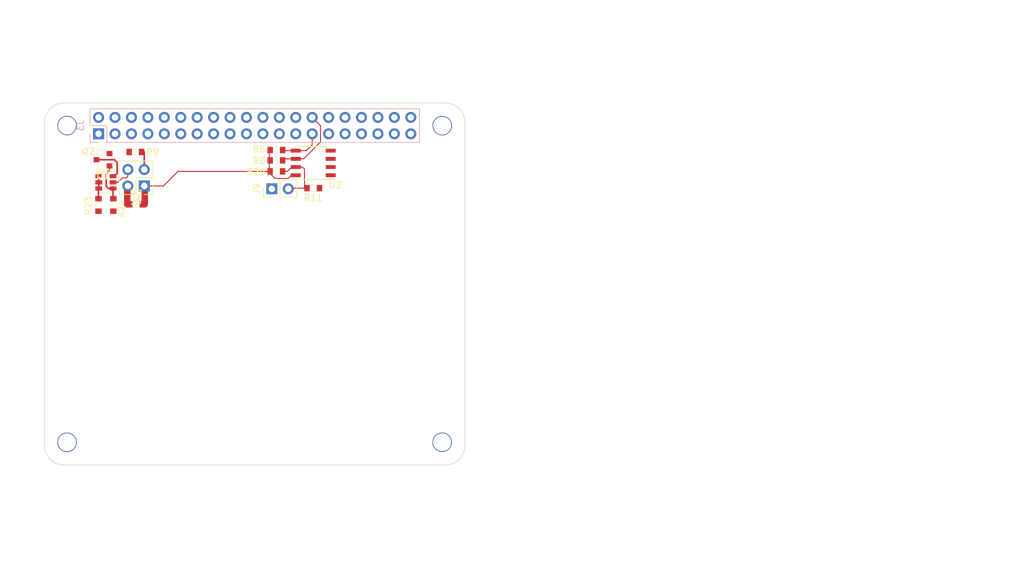
<source format=kicad_pcb>
(kicad_pcb (version 20211014) (generator pcbnew)
  (layers (0 "F.Cu" signal) (1 "In1.Cu" signal) (2 "In2.Cu" signal) (31 "B.Cu" signal) (34 "B.Paste" user) (35 "F.Paste" user) (36 "B.SilkS" user "B.Silkscreen") (37 "F.SilkS" user "F.Silkscreen") (38 "B.Mask" user) (39 "F.Mask" user) (44 "Edge.Cuts" user))
  (net 0 "")
  (net 1 "GND")
  (net 2 "/ID_SD_EEPROM")
  (net 3 "/ID_SC_EEPROM")
  (net 4 "Net-(Q1-Pad1)")
  (net 5 "Net-(Q2-Pad1)")
  (net 6 "/P3V3_HAT")
  (net 7 "/P5V_HAT")
  (net 8 "/P3V3")
  (net 9 "/P5V")
  (net 10 "Net-(J9-Pad2)")
  (footprint "project_footprints:NPTH_3mm_ID" (layer "F.Cu") (at 82.04 64.31)
    (fp_text reference "H1" (at 0.06 0.09) (layer "F.SilkS"))
    (fp_text value "3mm_Mounting_Hole" hide)
    (pad "" np_thru_hole circle locked (at 0 0) (size 3 3) (drill 2.75) (layers *.Cu *.Mask) (clearance 1.6))
  )
  (footprint "project_footprints:NPTH_3mm_ID" (layer "F.Cu") (at 140.04 64.33)
    (fp_text reference "H2" (at 0.06 0.09) (layer "F.SilkS"))
    (fp_text value "3mm_Mounting_Hole" hide)
    (pad "" np_thru_hole circle locked (at 0 0) (size 3 3) (drill 2.75) (layers *.Cu *.Mask) (clearance 1.6))
  )
  (footprint "project_footprints:NPTH_3mm_ID" (layer "F.Cu") (at 82.04 113.32)
    (fp_text reference "H3" (at 0.06 0.09) (layer "F.SilkS"))
    (fp_text value "3mm_Mounting_Hole" hide)
    (pad "" np_thru_hole circle locked (at 0 0) (size 3 3) (drill 2.75) (layers *.Cu *.Mask) (clearance 1.6))
  )
  (footprint "project_footprints:NPTH_3mm_ID" (layer "F.Cu") (at 140.03 113.31)
    (fp_text reference "H4" (at 0.06 0.09) (layer "F.SilkS"))
    (fp_text value "3mm_Mounting_Hole" hide)
    (pad "" np_thru_hole circle locked (at 0 0) (size 3 3) (drill 2.75) (layers *.Cu *.Mask) (clearance 1.6))
  )
  (footprint "Resistor_SMD:R_0603_1608Metric_Pad0.84x1.00mm_HandSolder" (layer "F.Cu") (at 92.6 68.4)
    (fp_text reference "R9" (at 2.65 0.1) (layer "F.SilkS"))
    (fp_text value "DNP")
    (fp_line (start -0.22 -0.51) (end 0.22 -0.51) (layer "F.SilkS") (width 0.12))
    (fp_line (start -0.22 0.51) (end 0.22 0.51) (layer "F.SilkS") (width 0.12))
    (pad "1" smd rect locked (at -0.9625 0) (size 0.845 1) (layers "F.Cu" "F.Paste" "F.Mask") (net 7 "/P5V_HAT"))
    (pad "2" smd rect locked (at 0.9625 0) (size 0.845 1) (layers "F.Cu" "F.Paste" "F.Mask") (net 9 "/P5V"))
  )
  (footprint "Resistor_SMD:R_0603_1608Metric_Pad0.84x1.00mm_HandSolder" (layer "F.Cu") (at 92.7 76.5)
    (fp_text reference "R7" (at 0 -1.65) (layer "F.SilkS"))
    (fp_text value "DNP")
    (fp_line (start -0.22 0.51) (end 0.22 0.51) (layer "F.SilkS") (width 0.12))
    (fp_line (start -0.22 -0.51) (end 0.22 -0.51) (layer "F.SilkS") (width 0.12))
    (pad "1" smd rect locked (at -0.9625 0) (size 0.845 1) (layers "F.Cu" "F.Paste" "F.Mask") (net 6 "/P3V3_HAT"))
    (pad "2" smd rect locked (at 0.9625 0) (size 0.845 1) (layers "F.Cu" "F.Paste" "F.Mask") (net 8 "/P3V3"))
  )
  (footprint "Resistor_SMD:R_0603_1608Metric_Pad0.84x1.00mm_HandSolder" (layer "F.Cu") (at 120.1 74)
    (fp_text reference "R11" (at 0 1.5) (layer "F.SilkS"))
    (fp_text value "DNP")
    (fp_line (start -0.22 -0.51) (end 0.22 -0.51) (layer "F.SilkS") (width 0.12))
    (fp_line (start -0.22 0.51) (end 0.22 0.51) (layer "F.SilkS") (width 0.12))
    (pad "1" smd rect locked (at -0.9625 0) (size 0.845 1) (layers "F.Cu" "F.Paste" "F.Mask") (net 10 "Net-(J9-Pad2)"))
    (pad "2" smd rect locked (at 0.9625 0) (size 0.845 1) (layers "F.Cu" "F.Paste" "F.Mask") (net 1 "GND"))
  )
  (footprint "Resistor_SMD:R_0603_1608Metric_Pad0.84x1.00mm_HandSolder" (layer "F.Cu") (at 86.9 76.6 -90)
    (fp_text reference "R23" (at 0.108 1.556 90) (layer "F.SilkS"))
    (fp_text value "10K")
    (fp_line (start -0.22 0.51) (end 0.22 0.51) (layer "F.SilkS") (width 0.12))
    (fp_line (start -0.22 -0.51) (end 0.22 -0.51) (layer "F.SilkS") (width 0.12))
    (pad "1" smd rect locked (at -0.9625 0 270) (size 0.845 1) (layers "F.Cu" "F.Paste" "F.Mask") (net 5 "Net-(Q2-Pad1)"))
    (pad "2" smd rect locked (at 0.9625 0 270) (size 0.845 1) (layers "F.Cu" "F.Paste" "F.Mask") (net 1 "GND"))
  )
  (footprint "Resistor_SMD:R_0603_1608Metric_Pad0.84x1.00mm_HandSolder" (layer "F.Cu") (at 89.2 76.6 -90)
    (fp_text reference "R24" (at 0.616 -1.3 -90) (layer "F.SilkS") (effects (font (size 0.9 0.9) (thickness 0.13))))
    (fp_text value "47K")
    (fp_line (start -0.22 -0.51) (end 0.22 -0.51) (layer "F.SilkS") (width 0.12))
    (fp_line (start -0.22 0.51) (end 0.22 0.51) (layer "F.SilkS") (width 0.12))
    (pad "1" smd rect locked (at -0.9625 0 270) (size 0.845 1) (layers "F.Cu" "F.Paste" "F.Mask") (net 4 "Net-(Q1-Pad1)"))
    (pad "2" smd rect locked (at 0.9625 0 270) (size 0.845 1) (layers "F.Cu" "F.Paste" "F.Mask") (net 1 "GND"))
  )
  (footprint "Resistor_SMD:R_0603_1608Metric_Pad0.84x1.00mm_HandSolder" (layer "F.Cu") (at 114.4 71.4)
    (fp_text reference "R29" (at -3.15 0.1) (layer "F.SilkS"))
    (fp_text value "10K")
    (fp_line (start -0.22 -0.51) (end 0.22 -0.51) (layer "F.SilkS") (width 0.12))
    (fp_line (start -0.22 0.51) (end 0.22 0.51) (layer "F.SilkS") (width 0.12))
    (pad "1" smd rect locked (at -0.9625 0) (size 0.845 1) (layers "F.Cu" "F.Paste" "F.Mask") (net 8 "/P3V3"))
    (pad "2" smd rect locked (at 0.9625 0) (size 0.845 1) (layers "F.Cu" "F.Paste" "F.Mask") (net 10 "Net-(J9-Pad2)"))
  )
  (footprint "Resistor_SMD:R_0603_1608Metric_Pad0.84x1.00mm_HandSolder" (layer "F.Cu") (at 114.4 69.7)
    (fp_text reference "R8" (at -2.65 0.05) (layer "F.SilkS"))
    (fp_text value "3.9K")
    (fp_line (start -0.22 0.51) (end 0.22 0.51) (layer "F.SilkS") (width 0.12))
    (fp_line (start -0.22 -0.51) (end 0.22 -0.51) (layer "F.SilkS") (width 0.12))
    (pad "1" smd rect locked (at -0.9625 0) (size 0.845 1) (layers "F.Cu" "F.Paste" "F.Mask") (net 8 "/P3V3"))
    (pad "2" smd rect locked (at 0.9625 0) (size 0.845 1) (layers "F.Cu" "F.Paste" "F.Mask") (net 3 "/ID_SC_EEPROM"))
  )
  (footprint "Package_TO_SOT_SMD:SOT-23-6" (layer "F.Cu") (at 88.05 73.1)
    (fp_text reference "Q2" (at -2.706 -4.774) (layer "F.SilkS"))
    (fp_text value "DMMT5401")
    (fp_line (start 0.9 -1.61) (end -1.55 -1.61) (layer "F.SilkS") (width 0.12))
    (fp_line (start -0.9 1.61) (end 0.9 1.61) (layer "F.SilkS") (width 0.12))
    (pad "1" smd rect locked (at -1.1 -0.95) (size 1.06 0.65) (layers "F.Cu" "F.Paste" "F.Mask") (net 5 "Net-(Q2-Pad1)"))
    (pad "2" smd rect locked (at -1.1 0) (size 1.06 0.65) (layers "F.Cu" "F.Paste" "F.Mask") (net 5 "Net-(Q2-Pad1)"))
    (pad "3" smd rect locked (at -1.1 0.95) (size 1.06 0.65) (layers "F.Cu" "F.Paste" "F.Mask") (net 5 "Net-(Q2-Pad1)"))
    (pad "4" smd rect locked (at 1.1 0.95) (size 1.06 0.65) (layers "F.Cu" "F.Paste" "F.Mask") (net 4 "Net-(Q1-Pad1)"))
    (pad "5" smd rect locked (at 1.1 0) (size 1.06 0.65) (layers "F.Cu" "F.Paste" "F.Mask") (net 7 "/P5V_HAT"))
    (pad "6" smd rect locked (at 1.1 -0.95) (size 1.06 0.65) (layers "F.Cu" "F.Paste" "F.Mask") (net 9 "/P5V"))
  )
  (footprint "Package_TO_SOT_SMD:SOT-23" (layer "F.Cu") (at 87.6 69.6 180)
    (fp_text reference "Q1" (at 0 -2.5 180) (layer "F.SilkS"))
    (fp_text value "DMG2305UX")
    (fp_line (start 0.76 1.58) (end 0.76 0.65) (layer "F.SilkS") (width 0.12))
    (fp_line (start 0.76 1.58) (end -0.7 1.58) (layer "F.SilkS") (width 0.12))
    (fp_line (start 0.76 -1.58) (end 0.76 -0.65) (layer "F.SilkS") (width 0.12))
    (fp_line (start 0.76 -1.58) (end -1.4 -1.58) (layer "F.SilkS") (width 0.12))
    (pad "1" smd rect locked (at -1 -0.95 180) (size 0.9 0.8) (layers "F.Cu" "F.Paste" "F.Mask") (net 4 "Net-(Q1-Pad1)"))
    (pad "2" smd rect locked (at -1 0.95 180) (size 0.9 0.8) (layers "F.Cu" "F.Paste" "F.Mask") (net 7 "/P5V_HAT"))
    (pad "3" smd rect locked (at 1 0 180) (size 0.9 0.8) (layers "F.Cu" "F.Paste" "F.Mask") (net 9 "/P5V"))
  )
  (footprint "Package_SOIC:SOIC-8_3.9x4.9mm_P1.27mm" (layer "F.Cu") (at 120.1 70.1 180)
    (fp_text reference "U2" (at -3.4 -3.4 180) (layer "F.SilkS"))
    (fp_text value "CAT24C32")
    (fp_line (start 2.075 -2.575) (end 2.075 -2.43) (layer "F.SilkS") (width 0.15))
    (fp_line (start -2.075 2.575) (end 2.075 2.575) (layer "F.SilkS") (width 0.15))
    (fp_line (start -2.075 -2.525) (end -3.475 -2.525) (layer "F.SilkS") (width 0.15))
    (fp_line (start -2.075 -2.575) (end -2.075 -2.525) (layer "F.SilkS") (width 0.15))
    (fp_line (start -2.075 2.575) (end -2.075 2.43) (layer "F.SilkS") (width 0.15))
    (fp_line (start -2.075 -2.575) (end 2.075 -2.575) (layer "F.SilkS") (width 0.15))
    (fp_line (start 2.075 2.575) (end 2.075 2.43) (layer "F.SilkS") (width 0.15))
    (pad "1" smd rect locked (at -2.7 -1.905 180) (size 1.55 0.6) (layers "F.Cu" "F.Paste" "F.Mask") (net 1 "GND"))
    (pad "2" smd rect locked (at -2.7 -0.635 180) (size 1.55 0.6) (layers "F.Cu" "F.Paste" "F.Mask") (net 1 "GND"))
    (pad "3" smd rect locked (at -2.7 0.635 180) (size 1.55 0.6) (layers "F.Cu" "F.Paste" "F.Mask") (net 1 "GND"))
    (pad "4" smd rect locked (at -2.7 1.905 180) (size 1.55 0.6) (layers "F.Cu" "F.Paste" "F.Mask") (net 1 "GND"))
    (pad "5" smd rect locked (at 2.7 1.905 180) (size 1.55 0.6) (layers "F.Cu" "F.Paste" "F.Mask") (net 2 "/ID_SD_EEPROM"))
    (pad "6" smd rect locked (at 2.7 0.635 180) (size 1.55 0.6) (layers "F.Cu" "F.Paste" "F.Mask") (net 3 "/ID_SC_EEPROM"))
    (pad "7" smd rect locked (at 2.7 -0.635 180) (size 1.55 0.6) (layers "F.Cu" "F.Paste" "F.Mask") (net 10 "Net-(J9-Pad2)"))
    (pad "8" smd rect locked (at 2.7 -1.905 180) (size 1.55 0.6) (layers "F.Cu" "F.Paste" "F.Mask") (net 8 "/P3V3"))
  )
  (footprint "Connector_PinHeader_2.54mm:PinHeader_2x02_P2.54mm_Vertical" (layer "F.Cu") (at 93.98 73.66 180)
    (fp_text reference "J6" (at 1.27 -2.33 180) (layer "F.SilkS"))
    (fp_text value "CONN_02X02")
    (fp_line (start -1.33 0) (end -1.33 -1.33) (layer "F.SilkS") (width 0.12))
    (fp_line (start -1.33 1.27) (end -1.33 3.87) (layer "F.SilkS") (width 0.12))
    (fp_line (start 1.27 -1.33) (end 3.87 -1.33) (layer "F.SilkS") (width 0.12))
    (fp_line (start -1.33 1.27) (end 1.27 1.27) (layer "F.SilkS") (width 0.12))
    (fp_line (start 3.87 -1.33) (end 3.87 3.87) (layer "F.SilkS") (width 0.12))
    (fp_line (start -1.33 -1.33) (end 0 -1.33) (layer "F.SilkS") (width 0.12))
    (fp_line (start -1.33 3.87) (end 3.87 3.87) (layer "F.SilkS") (width 0.12))
    (fp_line (start 1.27 1.27) (end 1.27 -1.33) (layer "F.SilkS") (width 0.12))
    (pad "1" thru_hole rect locked (at 0 0 180) (size 1.7 1.7) (drill 1) (layers *.Cu *.Mask) (net 8 "/P3V3"))
    (pad "2" thru_hole oval locked (at 2.54 0 180) (size 1.7 1.7) (drill 1) (layers *.Cu *.Mask) (net 6 "/P3V3_HAT"))
    (pad "3" thru_hole oval locked (at 0 2.54 180) (size 1.7 1.7) (drill 1) (layers *.Cu *.Mask) (net 9 "/P5V"))
    (pad "4" thru_hole oval locked (at 2.54 2.54 180) (size 1.7 1.7) (drill 1) (layers *.Cu *.Mask) (net 7 "/P5V_HAT"))
  )
  (footprint "Connector_PinHeader_2.54mm:PinHeader_1x02_P2.54mm_Vertical" (layer "F.Cu") (at 113.7 74.1 90)
    (fp_text reference "J9" (at 0 -2.33 90) (layer "F.SilkS"))
    (fp_text value "CONN_01X02")
    (fp_line (start -1.33 1.27) (end -1.33 3.87) (layer "F.SilkS") (width 0.12))
    (fp_line (start 1.33 1.27) (end 1.33 3.87) (layer "F.SilkS") (width 0.12))
    (fp_line (start -1.33 1.27) (end 1.33 1.27) (layer "F.SilkS") (width 0.12))
    (fp_line (start -1.33 -1.33) (end 0 -1.33) (layer "F.SilkS") (width 0.12))
    (fp_line (start -1.33 0) (end -1.33 -1.33) (layer "F.SilkS") (width 0.12))
    (fp_line (start -1.33 3.87) (end 1.33 3.87) (layer "F.SilkS") (width 0.12))
    (pad "1" thru_hole rect locked (at 0 0 90) (size 1.7 1.7) (drill 1) (layers *.Cu *.Mask) (net 1 "GND"))
    (pad "2" thru_hole oval locked (at 0 2.54 90) (size 1.7 1.7) (drill 1) (layers *.Cu *.Mask) (net 10 "Net-(J9-Pad2)"))
  )
  (footprint "Resistor_SMD:R_0603_1608Metric_Pad0.84x1.00mm_HandSolder" (layer "F.Cu") (at 114.4 68.1)
    (fp_text reference "R6" (at -2.65 -0.1) (layer "F.SilkS"))
    (fp_text value "3.9K")
    (fp_line (start -0.22 0.51) (end 0.22 0.51) (layer "F.SilkS") (width 0.12))
    (fp_line (start -0.22 -0.51) (end 0.22 -0.51) (layer "F.SilkS") (width 0.12))
    (pad "1" smd rect locked (at -0.9625 0) (size 0.845 1) (layers "F.Cu" "F.Paste" "F.Mask") (net 8 "/P3V3"))
    (pad "2" smd rect locked (at 0.9625 0) (size 0.845 1) (layers "F.Cu" "F.Paste" "F.Mask") (net 2 "/ID_SD_EEPROM"))
  )
  (footprint "Connector_PinSocket_2.54mm:PinSocket_2x20_P2.54mm_Vertical" (layer "B.Cu") (at 86.92 65.59 -90)
    (fp_text reference "J3" (at -1.27 2.77 -90) (layer "B.SilkS") (effects (justify mirror)))
    (fp_text value "40HAT")
    (fp_line (start 0 1.33) (end 1.33 1.33) (layer "B.SilkS") (width 0.12))
    (fp_line (start -1.27 1.33) (end -1.27 -1.27) (layer "B.SilkS") (width 0.12))
    (fp_line (start 1.33 -1.27) (end 1.33 -49.59) (layer "B.SilkS") (width 0.12))
    (fp_line (start -3.87 1.33) (end -1.27 1.33) (layer "B.SilkS") (width 0.12))
    (fp_line (start -3.87 1.33) (end -3.87 -49.59) (layer "B.SilkS") (width 0.12))
    (fp_line (start -3.87 -49.59) (end 1.33 -49.59) (layer "B.SilkS") (width 0.12))
    (fp_line (start -1.27 -1.27) (end 1.33 -1.27) (layer "B.SilkS") (width 0.12))
    (fp_line (start 1.33 1.33) (end 1.33 0) (layer "B.SilkS") (width 0.12))
    (pad "1" thru_hole rect locked (at 0 0 270) (size 1.7 1.7) (drill 1) (layers *.Cu *.Mask) (net 6 "/P3V3_HAT"))
    (pad "2" thru_hole oval locked (at -2.54 0 270) (size 1.7 1.7) (drill 1) (layers *.Cu *.Mask) (net 7 "/P5V_HAT"))
    (pad "3" thru_hole oval locked (at 0 -2.54 270) (size 1.7 1.7) (drill 1) (layers *.Cu *.Mask))
    (pad "4" thru_hole oval locked (at -2.54 -2.54 270) (size 1.7 1.7) (drill 1) (layers *.Cu *.Mask) (net 7 "/P5V_HAT"))
    (pad "5" thru_hole oval locked (at 0 -5.08 270) (size 1.7 1.7) (drill 1) (layers *.Cu *.Mask))
    (pad "6" thru_hole oval locked (at -2.54 -5.08 270) (size 1.7 1.7) (drill 1) (layers *.Cu *.Mask) (net 1 "GND"))
    (pad "7" thru_hole oval locked (at 0 -7.62 270) (size 1.7 1.7) (drill 1) (layers *.Cu *.Mask))
    (pad "8" thru_hole oval locked (at -2.54 -7.62 270) (size 1.7 1.7) (drill 1) (layers *.Cu *.Mask))
    (pad "9" thru_hole oval locked (at 0 -10.16 270) (size 1.7 1.7) (drill 1) (layers *.Cu *.Mask) (net 1 "GND"))
    (pad "10" thru_hole oval locked (at -2.54 -10.16 270) (size 1.7 1.7) (drill 1) (layers *.Cu *.Mask))
    (pad "11" thru_hole oval locked (at 0 -12.7 270) (size 1.7 1.7) (drill 1) (layers *.Cu *.Mask))
    (pad "12" thru_hole oval locked (at -2.54 -12.7 270) (size 1.7 1.7) (drill 1) (layers *.Cu *.Mask))
    (pad "13" thru_hole oval locked (at 0 -15.24 270) (size 1.7 1.7) (drill 1) (layers *.Cu *.Mask))
    (pad "14" thru_hole oval locked (at -2.54 -15.24 270) (size 1.7 1.7) (drill 1) (layers *.Cu *.Mask) (net 1 "GND"))
    (pad "15" thru_hole oval locked (at 0 -17.78 270) (size 1.7 1.7) (drill 1) (layers *.Cu *.Mask))
    (pad "16" thru_hole oval locked (at -2.54 -17.78 270) (size 1.7 1.7) (drill 1) (layers *.Cu *.Mask))
    (pad "17" thru_hole oval locked (at 0 -20.32 270) (size 1.7 1.7) (drill 1) (layers *.Cu *.Mask))
    (pad "18" thru_hole oval locked (at -2.54 -20.32 270) (size 1.7 1.7) (drill 1) (layers *.Cu *.Mask))
    (pad "19" thru_hole oval locked (at 0 -22.86 270) (size 1.7 1.7) (drill 1) (layers *.Cu *.Mask))
    (pad "20" thru_hole oval locked (at -2.54 -22.86 270) (size 1.7 1.7) (drill 1) (layers *.Cu *.Mask) (net 1 "GND"))
    (pad "21" thru_hole oval locked (at 0 -25.4 270) (size 1.7 1.7) (drill 1) (layers *.Cu *.Mask))
    (pad "22" thru_hole oval locked (at -2.54 -25.4 270) (size 1.7 1.7) (drill 1) (layers *.Cu *.Mask))
    (pad "23" thru_hole oval locked (at 0 -27.94 270) (size 1.7 1.7) (drill 1) (layers *.Cu *.Mask))
    (pad "24" thru_hole oval locked (at -2.54 -27.94 270) (size 1.7 1.7) (drill 1) (layers *.Cu *.Mask))
    (pad "25" thru_hole oval locked (at 0 -30.48 270) (size 1.7 1.7) (drill 1) (layers *.Cu *.Mask) (net 1 "GND"))
    (pad "26" thru_hole oval locked (at -2.54 -30.48 270) (size 1.7 1.7) (drill 1) (layers *.Cu *.Mask))
    (pad "27" thru_hole oval locked (at 0 -33.02 270) (size 1.7 1.7) (drill 1) (layers *.Cu *.Mask) (net 2 "/ID_SD_EEPROM"))
    (pad "28" thru_hole oval locked (at -2.54 -33.02 270) (size 1.7 1.7) (drill 1) (layers *.Cu *.Mask) (net 3 "/ID_SC_EEPROM"))
    (pad "29" thru_hole oval locked (at 0 -35.56 270) (size 1.7 1.7) (drill 1) (layers *.Cu *.Mask))
    (pad "30" thru_hole oval locked (at -2.54 -35.56 270) (size 1.7 1.7) (drill 1) (layers *.Cu *.Mask) (net 1 "GND"))
    (pad "31" thru_hole oval locked (at 0 -38.1 270) (size 1.7 1.7) (drill 1) (layers *.Cu *.Mask))
    (pad "32" thru_hole oval locked (at -2.54 -38.1 270) (size 1.7 1.7) (drill 1) (layers *.Cu *.Mask))
    (pad "33" thru_hole oval locked (at 0 -40.64 270) (size 1.7 1.7) (drill 1) (layers *.Cu *.Mask))
    (pad "34" thru_hole oval locked (at -2.54 -40.64 270) (size 1.7 1.7) (drill 1) (layers *.Cu *.Mask) (net 1 "GND"))
    (pad "35" thru_hole oval locked (at 0 -43.18 270) (size 1.7 1.7) (drill 1) (layers *.Cu *.Mask))
    (pad "36" thru_hole oval locked (at -2.54 -43.18 270) (size 1.7 1.7) (drill 1) (layers *.Cu *.Mask))
    (pad "37" thru_hole oval locked (at 0 -45.72 270) (size 1.7 1.7) (drill 1) (layers *.Cu *.Mask))
    (pad "38" thru_hole oval locked (at -2.54 -45.72 270) (size 1.7 1.7) (drill 1) (layers *.Cu *.Mask))
    (pad "39" thru_hole oval locked (at 0 -48.26 270) (size 1.7 1.7) (drill 1) (layers *.Cu *.Mask) (net 1 "GND"))
    (pad "40" thru_hole oval locked (at -2.54 -48.26 270) (size 1.7 1.7) (drill 1) (layers *.Cu *.Mask))
  )
  (gr_line (start 143.546356 113.817611) (end 143.546356 63.817611) (layer "Edge.Cuts") (width 0.1))
  (gr_line (start 78.546356 63.817611) (end 78.546356 113.817611) (layer "Edge.Cuts") (width 0.1))
  (gr_arc (start 143.546351 113.822847) (mid 142.665824 115.940781) (end 140.546356 116.817611) (layer "Edge.Cuts") (width 0.1))
  (gr_line (start 140.546356 60.817611) (end 81.546356 60.817611) (layer "Edge.Cuts") (width 0.1))
  (gr_line (start 81.546356 116.817611) (end 140.546356 116.817611) (layer "Edge.Cuts") (width 0.1))
  (gr_arc (start 140.546356 60.817611) (mid 142.667676 61.696291) (end 143.546356 63.817611) (layer "Edge.Cuts") (width 0.1))
  (gr_arc (start 78.546356 63.817611) (mid 79.425036 61.696291) (end 81.546356 60.817611) (layer "Edge.Cuts") (width 0.1))
  (gr_arc (start 81.546356 116.817611) (mid 79.425036 115.938931) (end 78.546356 113.817611) (layer "Edge.Cuts") (width 0.1))
  (segment (start 115.695 68.295) (end 115.5 68.1) (width 0.15) (layer "F.Cu") (net 2))
  (segment (start 119.94 67.2834) (end 119.0284 68.195) (width 0.15) (layer "F.Cu") (net 2))
  (segment (start 117.4 68.195) (end 115.4575 68.195) (width 0.15) (layer "F.Cu") (net 2))
  (segment (start 119.94 65.59) (end 119.94 67.2834) (width 0.15) (layer "F.Cu") (net 2))
  (segment (start 115.4575 68.195) (end 115.3625 68.1) (width 0.15) (layer "F.Cu") (net 2))
  (segment (start 119.0284 68.195) (end 117.4 68.195) (width 0.15) (layer "F.Cu") (net 2))
  (segment (start 119.94 66.06) (end 119.94 65.59) (width 0.25) (layer "B.Cu") (net 2))
  (segment (start 115.635 69.565) (end 115.5 69.7) (width 0.15) (layer "F.Cu") (net 3))
  (segment (start 117.4 69.465) (end 115.5975 69.465) (width 0.15) (layer "F.Cu") (net 3))
  (segment (start 119.94 63.05) (end 119.85 63.05) (width 0.15) (layer "F.Cu") (net 3))
  (segment (start 119.94 63.05) (end 121.21896 64.32896) (width 0.15) (layer "F.Cu") (net 3))
  (segment (start 121.21896 64.32896) (end 121.21896 66.86042) (width 0.15) (layer "F.Cu") (net 3))
  (segment (start 115.5975 69.465) (end 115.3625 69.7) (width 0.15) (layer "F.Cu") (net 3))
  (segment (start 121.21896 66.86042) (end 118.61438 69.465) (width 0.15) (layer "F.Cu") (net 3))
  (segment (start 118.61438 69.465) (end 117.4 69.465) (width 0.15) (layer "F.Cu") (net 3))
  (segment (start 89.15 75.45) (end 89.2 75.5) (width 0.25) (layer "F.Cu") (net 4))
  (segment (start 88.60076 70.55) (end 88.60076 71.19924) (width 0.25) (layer "F.Cu") (net 4))
  (segment (start 88.1 73.7) (end 88.45 74.05) (width 0.25) (layer "F.Cu") (net 4))
  (segment (start 88.60076 71.19924) (end 88.1 71.7) (width 0.25) (layer "F.Cu") (net 4))
  (segment (start 88.45 74.05) (end 89.15 74.05) (width 0.25) (layer "F.Cu") (net 4))
  (segment (start 89.15 74.05) (end 89.15 75.45) (width 0.25) (layer "F.Cu") (net 4))
  (segment (start 88.1 71.7) (end 88.1 73.7) (width 0.25) (layer "F.Cu") (net 4))
  (segment (start 86.95 73.1) (end 86.95 74.05) (width 0.25) (layer "F.Cu") (net 5))
  (segment (start 86.95 74.05) (end 86.9 74.1) (width 0.25) (layer "F.Cu") (net 5))
  (segment (start 86.9 74.1) (end 86.9 75.5) (width 0.25) (layer "F.Cu") (net 5))
  (segment (start 86.95 72.15) (end 86.95 73.1) (width 0.25) (layer "F.Cu") (net 5))
  (segment (start 91.35 73.75) (end 91.44 73.66) (width 0.25) (layer "F.Cu") (net 6))
  (segment (start 91.35 76.5) (end 91.35 73.75) (width 1) (layer "F.Cu") (net 6))
  (segment (start 89.9 73.1) (end 90.6 72.4) (width 0.15) (layer "F.Cu") (net 7))
  (segment (start 90.6 72.4) (end 91.2 72.4) (width 0.15) (layer "F.Cu") (net 7))
  (segment (start 91.2 72.4) (end 91.44 72.16) (width 0.15) (layer "F.Cu") (net 7))
  (segment (start 91.44 72.16) (end 91.44 71.12) (width 0.15) (layer "F.Cu") (net 7))
  (segment (start 89.15 73.1) (end 89.9 73.1) (width 0.15) (layer "F.Cu") (net 7))
  (segment (start 88.7 68.65) (end 88.7 68.6) (width 0.6) (layer "F.Cu") (net 7))
  (segment (start 94.05 73.73) (end 93.98 73.66) (width 0.15) (layer "F.Cu") (net 8))
  (segment (start 113.3 69.7) (end 113.3 71.4) (width 0.15) (layer "F.Cu") (net 8))
  (segment (start 116.695 72.005) (end 116.2 72.5) (width 0.15) (layer "F.Cu") (net 8))
  (segment (start 116.2 72.5) (end 114.2 72.5) (width 0.15) (layer "F.Cu") (net 8))
  (segment (start 114.2 72.5) (end 113.3 71.6) (width 0.15) (layer "F.Cu") (net 8))
  (segment (start 113.3 71.6) (end 113.3 71.4) (width 0.15) (layer "F.Cu") (net 8))
  (segment (start 99.2 71.4) (end 96.94 73.66) (width 0.15) (layer "F.Cu") (net 8))
  (segment (start 96.94 73.66) (end 93.98 73.66) (width 0.15) (layer "F.Cu") (net 8))
  (segment (start 113.3 71.4) (end 99.2 71.4) (width 0.15) (layer "F.Cu") (net 8))
  (segment (start 113.3 68.1) (end 113.3 69.7) (width 0.15) (layer "F.Cu") (net 8))
  (segment (start 117.4 72.005) (end 116.695 72.005) (width 0.15) (layer "F.Cu") (net 8))
  (segment (start 94.05 76.5) (end 94.05 73.73) (width 1) (layer "F.Cu") (net 8))
  (segment (start 93.98 68.43) (end 93.95 68.4) (width 0.25) (layer "F.Cu") (net 9))
  (segment (start 89.8 71.7) (end 89.8 70.05) (width 0.25) (layer "F.Cu") (net 9))
  (segment (start 89.15 72.15) (end 89.35 72.15) (width 0.25) (layer "F.Cu") (net 9))
  (segment (start 89.8 70.05) (end 89.35 69.6) (width 0.25) (layer "F.Cu") (net 9))
  (segment (start 89.35 69.6) (end 87.75 69.6) (width 0.25) (layer "F.Cu") (net 9))
  (segment (start 89.35 72.15) (end 89.8 71.7) (width 0.25) (layer "F.Cu") (net 9))
  (segment (start 87.75 69.6) (end 86.5 69.6) (width 0.25) (layer "F.Cu") (net 9))
  (segment (start 93.98 71.12) (end 93.98 68.43) (width 0.25) (layer "F.Cu") (net 9))
  (segment (start 116.64 74) (end 116.24 74.4) (width 0.15) (layer "F.Cu") (net 10))
  (segment (start 116.765 70.735) (end 116.1 71.4) (width 0.15) (layer "F.Cu") (net 10))
  (segment (start 116.1 71.4) (end 115.5 71.4) (width 0.15) (layer "F.Cu") (net 10))
  (segment (start 118.75 71.05) (end 118.435 70.735) (width 0.15) (layer "F.Cu") (net 10))
  (segment (start 118.435 70.735) (end 117.4 70.735) (width 0.15) (layer "F.Cu") (net 10))
  (segment (start 115.5 71.4) (end 115.8 71.4) (width 0.15) (layer "F.Cu") (net 10))
  (segment (start 118.75 74) (end 116.64 74) (width 0.15) (layer "F.Cu") (net 10))
  (segment (start 117.4 70.735) (end 116.765 70.735) (width 0.15) (layer "F.Cu") (net 10))
  (segment (start 118.75 74) (end 118.75 71.05) (width 0.15) (layer "F.Cu") (net 10))
)
</source>
